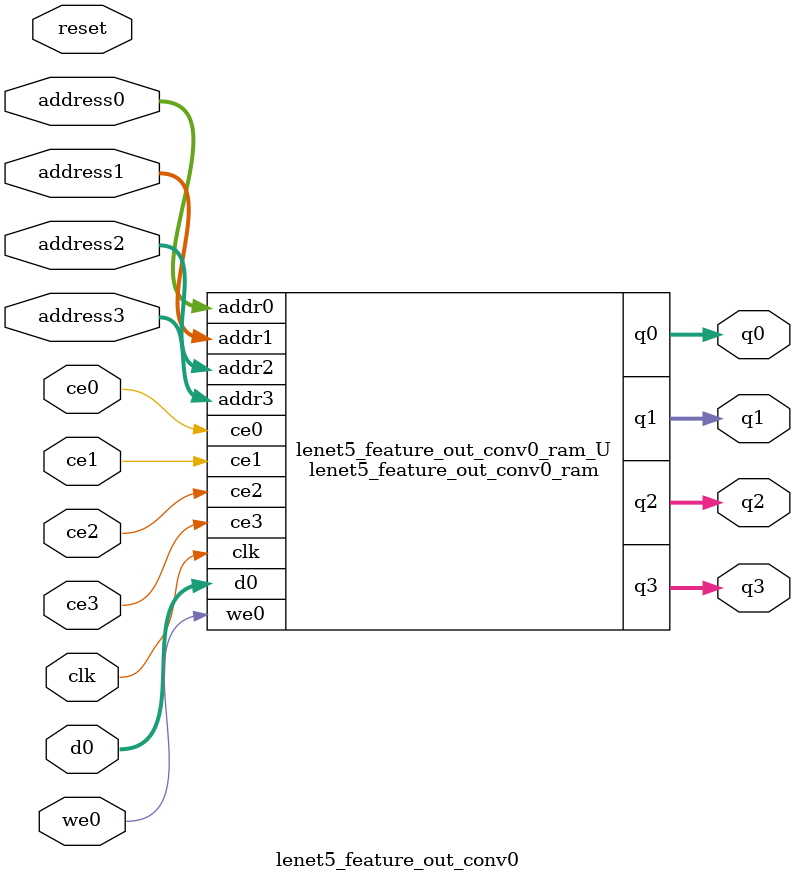
<source format=v>
`timescale 1 ns / 1 ps
module lenet5_feature_out_conv0_ram (addr0, ce0, d0, we0, q0, addr1, ce1, q1, addr2, ce2, q2, addr3, ce3, q3,  clk);

parameter DWIDTH = 32;
parameter AWIDTH = 14;
parameter MEM_SIZE = 9216;

input[AWIDTH-1:0] addr0;
input ce0;
input[DWIDTH-1:0] d0;
input we0;
output reg[DWIDTH-1:0] q0;
input[AWIDTH-1:0] addr1;
input ce1;
output reg[DWIDTH-1:0] q1;
input[AWIDTH-1:0] addr2;
input ce2;
output reg[DWIDTH-1:0] q2;
input[AWIDTH-1:0] addr3;
input ce3;
output reg[DWIDTH-1:0] q3;
input clk;

reg [DWIDTH-1:0] ram0[0:MEM_SIZE-1];
reg [DWIDTH-1:0] ram1[0:MEM_SIZE-1];
reg [DWIDTH-1:0] ram2[0:MEM_SIZE-1];



always @(posedge clk)  
begin 
    if (ce0) begin
        if (we0) 
            ram0[addr0] <= d0; 
        q0 <= ram0[addr0];
    end
end


always @(posedge clk)  
begin 
    if (ce1) begin
        q1 <= ram0[addr1];
    end
end


always @(posedge clk)  
begin 
    if (ce0) begin
        if (we0) 
            ram1[addr0] <= d0; 
    end
end

always @(posedge clk)  
begin 
    if (ce2) begin
        q2 <= ram1[addr2];
    end
end


always @(posedge clk)  
begin 
    if (ce0) begin
        if (we0) 
            ram2[addr0] <= d0; 
    end
end

always @(posedge clk)  
begin 
    if (ce3) begin
        q3 <= ram2[addr3];
    end
end


endmodule

`timescale 1 ns / 1 ps
module lenet5_feature_out_conv0(
    reset,
    clk,
    address0,
    ce0,
    we0,
    d0,
    q0,
    address1,
    ce1,
    q1,
    address2,
    ce2,
    q2,
    address3,
    ce3,
    q3);

parameter DataWidth = 32'd32;
parameter AddressRange = 32'd9216;
parameter AddressWidth = 32'd14;
input reset;
input clk;
input[AddressWidth - 1:0] address0;
input ce0;
input we0;
input[DataWidth - 1:0] d0;
output[DataWidth - 1:0] q0;
input[AddressWidth - 1:0] address1;
input ce1;
output[DataWidth - 1:0] q1;
input[AddressWidth - 1:0] address2;
input ce2;
output[DataWidth - 1:0] q2;
input[AddressWidth - 1:0] address3;
input ce3;
output[DataWidth - 1:0] q3;



lenet5_feature_out_conv0_ram lenet5_feature_out_conv0_ram_U(
    .clk( clk ),
    .addr0( address0 ),
    .ce0( ce0 ),
    .we0( we0 ),
    .d0( d0 ),
    .q0( q0 ),
    .addr1( address1 ),
    .ce1( ce1 ),
    .q1( q1 ),
    .addr2( address2 ),
    .ce2( ce2 ),
    .q2( q2 ),
    .addr3( address3 ),
    .ce3( ce3 ),
    .q3( q3 ));

endmodule


</source>
